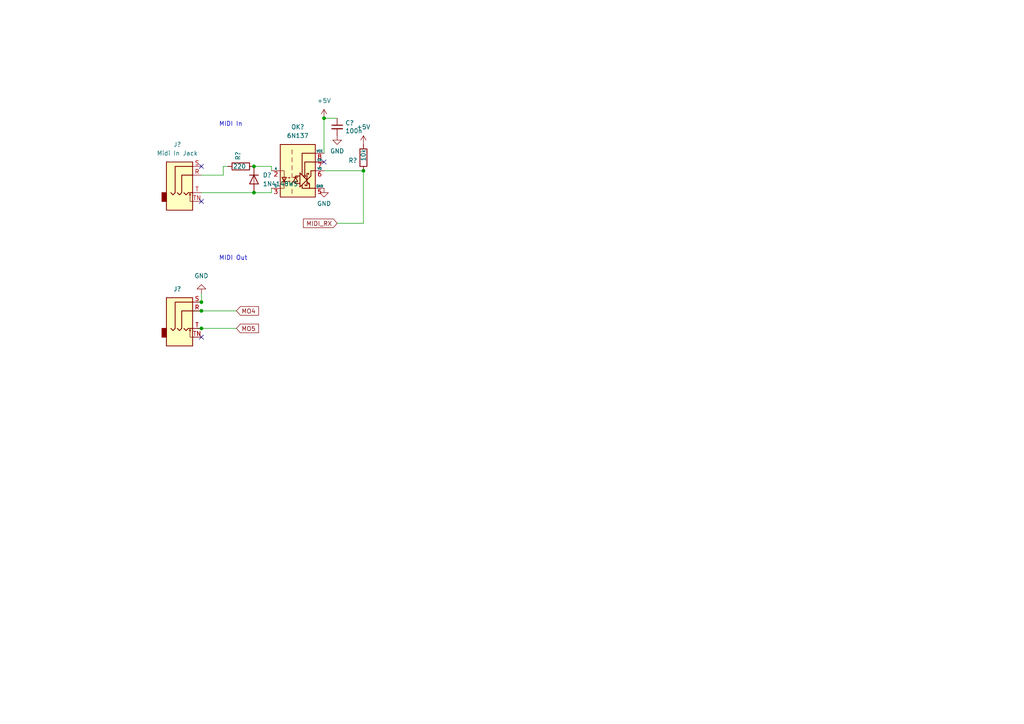
<source format=kicad_sch>
(kicad_sch (version 20250114) (generator "eeschema") (generator_version "9.0")
  (paper "A4")
  (lib_symbols
    (symbol "Device:C_Small" (pin_numbers (hide yes)) (pin_names (offset 0.254) (hide yes))
      (property "Reference" "C" (at 0.254 1.778 0))
      (property "Value" "C_Small" (at 0.254 -2.032 0))
      (symbol "C_Small_0_1"
        (polyline (pts (xy -1.524 0.508) (xy 1.524 0.508)) (stroke (width 0.3048)))
        (polyline (pts (xy -1.524 -0.508) (xy 1.524 -0.508)) (stroke (width 0.3302)))
      )
      (symbol "C_Small_1_1"
        (pin passive line (at 0 2.54 270) (length 2.032) (name "~") (number "1"))
        (pin passive line (at 0 -2.54 90) (length 2.032) (name "~") (number "2"))
      )
    )
    (symbol "Device:R" (pin_numbers (hide yes)) (pin_names (offset 0))
      (property "Reference" "R" (at 2.032 0 90))
      (property "Value" "R" (at 0 0 90))
      (symbol "R_0_1"
        (rectangle (start -1.016 -2.54) (end 1.016 2.54) (stroke (width 0.254)))
      )
      (symbol "R_1_1"
        (pin passive line (at 0 3.81 270) (length 1.27) (name "~") (number "1"))
        (pin passive line (at 0 -3.81 90) (length 1.27) (name "~") (number "2"))
      )
    )
    (symbol "Diode:1N4148WS" (pin_numbers (hide yes)) (pin_names (hide yes))
      (property "Reference" "D" (at 0 2.54 0))
      (property "Value" "1N4148WS" (at 0 -2.54 0))
      (symbol "1N4148WS_0_1"
        (polyline (pts (xy -1.27 1.27) (xy -1.27 -1.27)) (stroke (width 0.254)))
        (polyline (pts (xy 1.27 1.27) (xy 1.27 -1.27) (xy -1.27 0) (xy 1.27 1.27)) (stroke (width 0.254)))
        (polyline (pts (xy 1.27 0) (xy -1.27 0)))
      )
      (symbol "1N4148WS_1_1"
        (pin passive line (at -3.81 0 0) (length 2.54) (name "K") (number "1"))
        (pin passive line (at 3.81 0 180) (length 2.54) (name "A") (number "2"))
      )
    )
    (symbol "Isolator:6N137" (pin_names (offset 0))
      (property "Reference" "U" (at -4.064 8.89 0))
      (property "Value" "6N137" (at 0 -8.89 0))
      (symbol "6N137_0_1"
        (polyline (pts (xy -5.08 -5.08) (xy -3.937 -5.08) (xy -3.937 0) (xy -5.08 0)))
        (polyline (pts (xy -0.635 -1.905) (xy -0.635 -1.524) (xy 0.508 -1.524)) (stroke (width 0.254)))
        (polyline (pts (xy -0.635 -3.302) (xy -0.635 -3.683) (xy 0.635 -3.683)) (stroke (width 0.254)))
        (polyline (pts (xy 1.27 -1.27) (xy 1.27 5.08) (xy 5.08 5.08)) (stroke (width 0.254)))
        (polyline (pts (xy 1.27 -4.064) (xy 1.27 -5.08) (xy 5.08 -5.08)) (stroke (width 0.254)))
        (polyline (pts (xy 2.032 -1.27) (xy 2.032 2.54) (xy 5.08 2.54)) (stroke (width 0.254)))
        (circle (center 2.032 -1.524) (radius 0.254) (stroke (width 0.254)))
        (polyline (pts (xy 2.667 -1.778) (xy 2.667 -0.762) (xy 3.175 -0.762) (xy 3.175 -1.143)) (stroke (width 0.254)))
        (polyline (pts (xy 2.667 -2.159) (xy 2.667 -2.921)) (stroke (width 0.254)))
        (polyline (pts (xy 2.667 -2.667) (xy 0.635 -4.699) (xy 0.635 -0.635) (xy 2.667 -2.667)) (stroke (width 0.254)))
        (polyline (pts (xy 2.667 -3.175) (xy 3.429 -3.937) (xy 3.302 -3.556) (xy 3.048 -3.81) (xy 3.429 -3.937)) (stroke (width 0.254)))
        (polyline (pts (xy 2.667 -3.302) (xy 2.667 -4.318) (xy 2.159 -4.318) (xy 2.159 -3.937)) (stroke (width 0.254)))
        (polyline (pts (xy 2.667 -3.556) (xy 2.667 -1.651)) (stroke (width 0.254)))
        (polyline (pts (xy 2.794 -2.54) (xy 3.81 -1.524) (xy 3.81 0) (xy 5.08 0)) (stroke (width 0.254)))
        (polyline (pts (xy 3.429 -3.937) (xy 3.429 -5.08)) (stroke (width 0.254)))
      )
      (symbol "6N137_1_1"
        (rectangle (start -5.08 7.62) (end 5.08 -7.62) (stroke (width 0.254)) (fill (type background)))
        (polyline (pts (xy -4.572 -3.175) (xy -3.302 -3.175)) (stroke (width 0.254)))
        (polyline (pts (xy -3.937 -3.175) (xy -4.572 -1.905) (xy -3.302 -1.905) (xy -3.937 -3.175)) (stroke (width 0.254)))
        (polyline (pts (xy -2.921 -2.032) (xy -2.159 -2.032) (xy -2.54 -2.159) (xy -2.54 -1.905) (xy -2.159 -2.032)) (stroke (width 0.127)))
        (polyline (pts (xy -2.921 -3.048) (xy -2.159 -3.048) (xy -2.54 -3.175) (xy -2.54 -2.921) (xy -2.159 -3.048)) (stroke (width 0.127)))
        (polyline (pts (xy -1.651 6.096) (xy -1.651 4.826)))
        (polyline (pts (xy -1.651 3.81) (xy -1.651 2.54)))
        (polyline (pts (xy -1.651 1.524) (xy -1.651 0.254)))
        (polyline (pts (xy -1.651 -0.762) (xy -1.651 -2.032)))
        (polyline (pts (xy -1.651 -3.048) (xy -1.651 -4.318)))
        (polyline (pts (xy -1.651 -5.334) (xy -1.651 -6.604)))
        (polyline (pts (xy -1.27 -1.905) (xy 0 -1.905)) (stroke (width 0.254)))
        (polyline (pts (xy -0.635 -1.905) (xy -1.27 -3.175) (xy 0 -3.175) (xy -0.635 -1.905)) (stroke (width 0.254)))
        (pin passive line (at -7.62 0 0) (length 2.54) (name "A") (number "2"))
        (pin passive line (at -7.62 -5.08 0) (length 2.54) (name "C") (number "3"))
        (pin no_connect line (at -5.08 5.08 0) (length 2.54) (hide yes) (name "NC") (number "1"))
        (pin power_in line (at 7.62 5.08 180) (length 2.54) (name "VCC") (number "8"))
        (pin input line (at 7.62 2.54 180) (length 2.54) (name "EN") (number "7"))
        (pin open_collector line (at 7.62 0 180) (length 2.54) (name "VO") (number "6"))
        (pin power_in line (at 7.62 -5.08 180) (length 2.54) (name "GND") (number "5"))
      )
    )
    (symbol "ksoloti_shield_symbols:AudioJack3_3.5mm_Stereo_SwitchT_WQP729JH-Blue_from_Thonk"
      (property "Reference" "J8" (at 1.27 8.2551 0))
      (property "Value" "AudioJack3_3.5mm_Stereo_SwitchT_WQP729JH-Blue_from_Thonk" (at 1.27 5.7151 0))
      (symbol "AudioJack3_3.5mm_Stereo_SwitchT_WQP729JH-Blue_from_Thonk_0_1"
        (rectangle (start -5.08 -5.08) (end -6.35 -7.62) (stroke (width 0.254)) (fill (type outline)))
        (polyline (pts (xy -1.905 -5.08) (xy -1.27 -5.715) (xy -0.635 -5.08) (xy -0.635 0) (xy 2.54 0)) (stroke (width 0.254)))
        (polyline (pts (xy 0 -5.08) (xy 0.635 -5.715) (xy 1.27 -5.08) (xy 2.54 -5.08)) (stroke (width 0.254)))
        (polyline (pts (xy 1.778 -5.334) (xy 2.032 -5.842)))
        (rectangle (start 2.54 3.81) (end -5.08 -10.16) (stroke (width 0.254)) (fill (type background)))
        (polyline (pts (xy 2.54 2.54) (xy -2.54 2.54) (xy -2.54 -5.08) (xy -3.175 -5.715) (xy -3.81 -5.08)) (stroke (width 0.254)))
        (polyline (pts (xy 2.54 -7.62) (xy 1.778 -7.62) (xy 1.778 -5.334) (xy 1.524 -5.842)))
      )
      (symbol "AudioJack3_3.5mm_Stereo_SwitchT_WQP729JH-Blue_from_Thonk_1_1"
        (pin passive line (at 5.08 2.54 180) (length 2.54) (name "~") (number "S"))
        (pin passive line (at 5.08 0 180) (length 2.54) (name "~") (number "R"))
        (pin passive line (at 5.08 -5.08 180) (length 2.54) (name "~") (number "T"))
        (pin passive line (at 5.08 -7.62 180) (length 2.54) (name "~") (number "TN"))
      )
    )
    (symbol "power:+5V" (power) (pin_names (offset 0))
      (property "Value" "+5V" (at 0 3.556 0))
      (symbol "+5V_0_1"
        (polyline (pts (xy -0.762 1.27) (xy 0 2.54)))
        (polyline (pts (xy 0 2.54) (xy 0.762 1.27)))
        (polyline (pts (xy 0 0) (xy 0 2.54)))
      )
      (symbol "+5V_1_1"
        (pin power_in line (at 0 0 90) (length 0) (hide yes) (name "+5V") (number "1"))
      )
    )
    (symbol "power:GND" (power) (pin_names (offset 0))
      (property "Value" "GND" (at 0 -3.81 0))
      (symbol "GND_0_1"
        (polyline (pts (xy 0 0) (xy 0 -1.27) (xy 1.27 -1.27) (xy 0 -2.54) (xy -1.27 -1.27) (xy 0 -1.27)))
      )
      (symbol "GND_1_1"
        (pin power_in line (at 0 0 270) (length 0) (hide yes) (name "GND") (number "1"))
      )
    )
  )
  (text "MIDI Out\n\n" (at 63.5 77.724 0) (effects (font (size 1.27 1.27)) (justify left bottom)))
  (text "MIDI In\n" (at 63.5 36.83 0) (effects (font (size 1.27 1.27)) (justify left bottom)))
  (junction (at 73.66 48.26))
  (junction (at 73.66 55.88))
  (junction (at 105.41 49.53))
  (junction (at 93.98 34.29))
  (junction (at 58.42 87.63))
  (junction (at 58.42 95.25))
  (junction (at 58.42 90.17))
  (no_connect (at 58.42 48.26))
  (no_connect (at 58.42 97.79))
  (no_connect (at 93.98 46.99))
  (no_connect (at 58.42 58.42))
  (wire (pts (xy 58.42 55.88) (xy 73.66 55.88)))
  (wire (pts (xy 57.15 95.25) (xy 58.42 95.25)))
  (wire (pts (xy 64.77 48.26) (xy 66.04 48.26)))
  (wire (pts (xy 78.74 54.61) (xy 78.74 55.88)))
  (wire (pts (xy 97.79 64.77) (xy 105.41 64.77)))
  (wire (pts (xy 58.42 90.17) (xy 68.58 90.17)))
  (wire (pts (xy 58.42 50.8) (xy 64.77 50.8)))
  (wire (pts (xy 73.66 55.88) (xy 78.74 55.88)))
  (wire (pts (xy 105.41 64.77) (xy 105.41 49.53)))
  (wire (pts (xy 93.98 34.29) (xy 93.98 44.45)))
  (wire (pts (xy 57.15 87.63) (xy 58.42 87.63)))
  (wire (pts (xy 105.41 49.53) (xy 93.98 49.53)))
  (wire (pts (xy 93.98 34.29) (xy 97.79 34.29)))
  (wire (pts (xy 78.74 49.53) (xy 78.74 48.26)))
  (wire (pts (xy 64.77 50.8) (xy 64.77 48.26)))
  (wire (pts (xy 58.42 85.09) (xy 58.42 87.63)))
  (wire (pts (xy 58.42 95.25) (xy 68.58 95.25)))
  (wire (pts (xy 78.74 48.26) (xy 73.66 48.26)))
  (wire (pts (xy 55.88 90.17) (xy 58.42 90.17)))
  (global_label "MO4" (shape input) (at 68.58 90.17 0) (property "Intersheetrefs" "${INTERSHEET_REFS}" (effects (hide yes))))
  (global_label "MIDI_RX" (shape input) (at 97.79 64.77 180) (property "Intersheetrefs" "${INTERSHEET_REFS}" (effects (hide yes))))
  (global_label "MO5" (shape input) (at 68.58 95.25 0) (property "Intersheetrefs" "${INTERSHEET_REFS}" (effects (hide yes))))
  (symbol (lib_id "power:+5V") (at 93.98 34.29 0) (unit 1)
    (property "Reference" "#PWR0188" (effects (hide yes)))
    (property "Value" "+5V" (at 93.98 29.21 0))
  )
  (symbol (lib_id "ksoloti_shield_symbols:AudioJack3_3.5mm_Stereo_SwitchT_WQP729JH-Blue_from_Thonk") (at 53.34 50.8 0) (unit 1)
    (property "Reference" "J?" (at 51.435 41.91 0))
    (property "Value" "Midi In Jack" (at 51.435 44.45 0))
    (property "Footprint" "Connector_Audio:Jack_3.5mm_CUI_SJ1-3513N_Horizontal" (effects (hide yes)))
    (property "Description" "Audio Jack, 3 Poles (Stereo / TRS), Switched TR Poles (Normalling)" (effects (hide yes)))
  )
  (symbol (lib_id "Isolator:6N137") (at 86.36 49.53 0) (unit 1)
    (property "Reference" "OK?" (at 86.36 36.83 0))
    (property "Value" "6N137" (at 86.36 39.37 0))
    (property "Footprint" "Package_DIP:SMDIP-8_W9.53mm" (effects (hide yes)))
    (property "Datasheet" "https://docs.broadcom.com/docs/AV02-0940EN" (effects (hide yes)))
  )
  (symbol (lib_id "power:GND") (at 93.98 54.61 0) (unit 1)
    (property "Reference" "#PWR0187" (effects (hide yes)))
    (property "Value" "GND" (at 93.98 59.0534 0))
  )
  (symbol (lib_id "power:+5V") (at 105.41 41.91 0) (unit 1)
    (property "Reference" "#PWR0190" (effects (hide yes)))
    (property "Value" "+5V" (at 105.41 36.83 0))
  )
  (symbol (lib_id "Device:R") (at 69.85 48.26 90) (unit 1)
    (property "Reference" "R?" (at 69.0153 46.482 0) (effects (justify left)))
    (property "Value" "220" (at 71.374 48.26 90) (effects (justify left)))
    (property "Footprint" "Resistor_SMD:R_0603_1608Metric" (effects (hide yes)))
  )
  (symbol (lib_id "Diode:1N4148WS") (at 73.66 52.07 270) (unit 1)
    (property "Reference" "D?" (at 76.2 50.7999 90) (effects (justify left)))
    (property "Value" "1N4148WS" (at 76.2 53.3399 90) (effects (justify left)))
    (property "Footprint" "Diode_SMD:D_SOD-323" (effects (hide yes)))
    (property "Datasheet" "https://www.vishay.com/docs/85751/1n4148ws.pdf" (effects (hide yes)))
  )
  (symbol (lib_id "power:GND") (at 97.79 39.37 0) (unit 1)
    (property "Reference" "#PWR0189" (effects (hide yes)))
    (property "Value" "GND" (at 97.79 43.8134 0))
  )
  (symbol (lib_id "Device:C_Small") (at 97.79 36.83 0) (unit 1)
    (property "Reference" "C?" (at 100.1268 35.6616 0) (effects (justify left)))
    (property "Value" "100n" (at 100.1268 37.973 0) (effects (justify left)))
    (property "Footprint" "Capacitor_SMD:C_0603_1608Metric" (effects (hide yes)))
  )
  (symbol (lib_id "ksoloti_shield_symbols:AudioJack3_3.5mm_Stereo_SwitchT_WQP729JH-Blue_from_Thonk") (at 53.34 90.17 0) (unit 1)
    (property "Reference" "J?" (at 51.435 83.82 0))
    (property "Value" "Midi Out Jack" (effects (hide yes)))
    (property "Footprint" "Connector_Audio:Jack_3.5mm_CUI_SJ1-3513N_Horizontal" (effects (hide yes)))
    (property "Description" "Audio Jack, 3 Poles (Stereo / TRS), Switched TR Poles (Normalling)" (effects (hide yes)))
  )
  (symbol (lib_id "power:GND") (at 58.42 85.09 180) (unit 1)
    (property "Reference" "#PWR0191" (effects (hide yes)))
    (property "Value" "GND" (at 58.42 80.01 0))
  )
  (symbol (lib_id "Device:R") (at 105.41 45.72 180) (unit 1)
    (property "Reference" "R?" (at 103.632 46.5547 0) (effects (justify left)))
    (property "Value" "10k" (at 105.41 43.18 90) (effects (justify left)))
    (property "Footprint" "Resistor_SMD:R_0603_1608Metric" (effects (hide yes)))
  )
)
</source>
